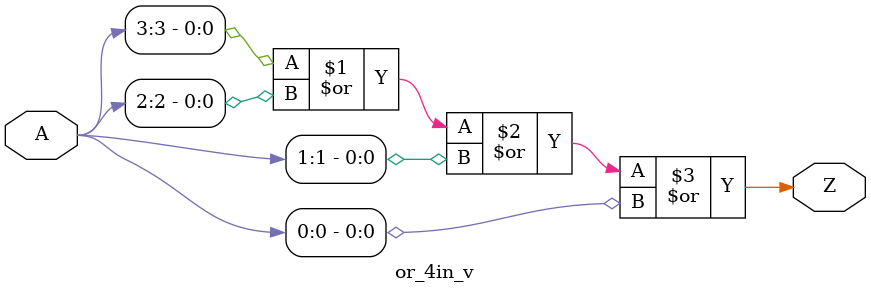
<source format=v>
module or_4in_v (
  input [3:0] A,
  output Z
  );

  or(Z, A[3], A[2], A[1], A[0]);

endmodule //and_3in_v

</source>
